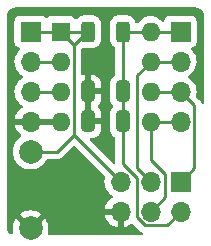
<source format=gbr>
%TF.GenerationSoftware,KiCad,Pcbnew,(6.0.7)*%
%TF.CreationDate,2023-04-14T11:36:13-05:00*%
%TF.ProjectId,ATtiny_PCB,41547469-6e79-45f5-9043-422e6b696361,rev?*%
%TF.SameCoordinates,Original*%
%TF.FileFunction,Copper,L2,Bot*%
%TF.FilePolarity,Positive*%
%FSLAX46Y46*%
G04 Gerber Fmt 4.6, Leading zero omitted, Abs format (unit mm)*
G04 Created by KiCad (PCBNEW (6.0.7)) date 2023-04-14 11:36:13*
%MOMM*%
%LPD*%
G01*
G04 APERTURE LIST*
G04 Aperture macros list*
%AMRoundRect*
0 Rectangle with rounded corners*
0 $1 Rounding radius*
0 $2 $3 $4 $5 $6 $7 $8 $9 X,Y pos of 4 corners*
0 Add a 4 corners polygon primitive as box body*
4,1,4,$2,$3,$4,$5,$6,$7,$8,$9,$2,$3,0*
0 Add four circle primitives for the rounded corners*
1,1,$1+$1,$2,$3*
1,1,$1+$1,$4,$5*
1,1,$1+$1,$6,$7*
1,1,$1+$1,$8,$9*
0 Add four rect primitives between the rounded corners*
20,1,$1+$1,$2,$3,$4,$5,0*
20,1,$1+$1,$4,$5,$6,$7,0*
20,1,$1+$1,$6,$7,$8,$9,0*
20,1,$1+$1,$8,$9,$2,$3,0*%
G04 Aperture macros list end*
%TA.AperFunction,ComponentPad*%
%ADD10C,2.000000*%
%TD*%
%TA.AperFunction,ComponentPad*%
%ADD11R,1.600000X1.600000*%
%TD*%
%TA.AperFunction,ComponentPad*%
%ADD12O,1.600000X1.600000*%
%TD*%
%TA.AperFunction,ComponentPad*%
%ADD13O,1.700000X1.700000*%
%TD*%
%TA.AperFunction,ComponentPad*%
%ADD14R,1.700000X1.700000*%
%TD*%
%TA.AperFunction,SMDPad,CuDef*%
%ADD15RoundRect,0.250000X-0.312500X-0.625000X0.312500X-0.625000X0.312500X0.625000X-0.312500X0.625000X0*%
%TD*%
%TA.AperFunction,SMDPad,CuDef*%
%ADD16RoundRect,0.250000X0.325000X0.650000X-0.325000X0.650000X-0.325000X-0.650000X0.325000X-0.650000X0*%
%TD*%
%TA.AperFunction,Conductor*%
%ADD17C,0.250000*%
%TD*%
G04 APERTURE END LIST*
D10*
%TO.P,SW1,2,2*%
%TO.N,Reset*%
X172720000Y-97800000D03*
%TO.P,SW1,1,1*%
%TO.N,GND*%
X172720000Y-104300000D03*
%TD*%
D11*
%TO.P,U1,1,~{RESET}/PB5*%
%TO.N,Reset*%
X175260000Y-87640000D03*
D12*
%TO.P,U1,2,PB3*%
%TO.N,ExtCLKI*%
X175260000Y-90180000D03*
%TO.P,U1,3,PB4*%
%TO.N,PB4*%
X175260000Y-92720000D03*
%TO.P,U1,4,GND*%
%TO.N,GND*%
X175260000Y-95260000D03*
%TO.P,U1,5,PB0*%
%TO.N,MOSI*%
X182880000Y-95260000D03*
%TO.P,U1,6,PB1*%
%TO.N,MISO*%
X182880000Y-92720000D03*
%TO.P,U1,7,PB2*%
%TO.N,SCK*%
X182880000Y-90180000D03*
%TO.P,U1,8,VCC*%
%TO.N,VCC*%
X182880000Y-87640000D03*
%TD*%
D13*
%TO.P,J3,6,Pin_6*%
%TO.N,GND*%
X180340000Y-102880000D03*
%TO.P,J3,5,Pin_5*%
%TO.N,Reset*%
X180340000Y-100340000D03*
%TO.P,J3,4,Pin_4*%
%TO.N,MOSI*%
X182880000Y-102880000D03*
%TO.P,J3,3,Pin_3*%
%TO.N,SCK*%
X182880000Y-100340000D03*
%TO.P,J3,2,Pin_2*%
%TO.N,VCC*%
X185420000Y-102880000D03*
D14*
%TO.P,J3,1,Pin_1*%
%TO.N,MISO*%
X185420000Y-100340000D03*
%TD*%
%TO.P,J1,1,Pin_1*%
%TO.N,Reset*%
X172720000Y-87640000D03*
D13*
%TO.P,J1,2,Pin_2*%
%TO.N,ExtCLKI*%
X172720000Y-90180000D03*
%TO.P,J1,3,Pin_3*%
%TO.N,PB4*%
X172720000Y-92720000D03*
%TO.P,J1,4,Pin_4*%
%TO.N,GND*%
X172720000Y-95260000D03*
%TD*%
D14*
%TO.P,J2,1,Pin_1*%
%TO.N,VCC*%
X185420000Y-87640000D03*
D13*
%TO.P,J2,2,Pin_2*%
%TO.N,SCK*%
X185420000Y-90180000D03*
%TO.P,J2,3,Pin_3*%
%TO.N,MISO*%
X185420000Y-92720000D03*
%TO.P,J2,4,Pin_4*%
%TO.N,MOSI*%
X185420000Y-95260000D03*
%TD*%
D15*
%TO.P,10K,1*%
%TO.N,Reset*%
X177607500Y-87640000D03*
%TO.P,10K,2*%
%TO.N,VCC*%
X180532500Y-87640000D03*
%TD*%
D16*
%TO.P,106,1*%
%TO.N,VCC*%
X180545000Y-95250000D03*
%TO.P,106,2*%
%TO.N,GND*%
X177595000Y-95250000D03*
%TD*%
%TO.P,104,1*%
%TO.N,VCC*%
X180545000Y-92710000D03*
%TO.P,104,2*%
%TO.N,GND*%
X177595000Y-92710000D03*
%TD*%
D17*
%TO.N,Reset*%
X177607500Y-87640000D02*
X177510000Y-87640000D01*
X177510000Y-87640000D02*
X176385000Y-88765000D01*
X175260000Y-87640000D02*
X177607500Y-87640000D01*
%TO.N,VCC*%
X180545000Y-98883299D02*
X181705000Y-100043299D01*
X182393299Y-104055000D02*
X184245000Y-104055000D01*
X184245000Y-104055000D02*
X185420000Y-102880000D01*
X180545000Y-93990000D02*
X180545000Y-98883299D01*
X181705000Y-100043299D02*
X181705000Y-103366701D01*
X181705000Y-103366701D02*
X182393299Y-104055000D01*
X180545000Y-91450000D02*
X180545000Y-93990000D01*
X180532500Y-87640000D02*
X180532500Y-91437500D01*
X180532500Y-91437500D02*
X180545000Y-91450000D01*
X182880000Y-87640000D02*
X180532500Y-87640000D01*
%TO.N,MISO*%
X186595000Y-99165000D02*
X185420000Y-100340000D01*
X186595000Y-93895000D02*
X186595000Y-99165000D01*
X185420000Y-92720000D02*
X186595000Y-93895000D01*
%TO.N,MOSI*%
X184099200Y-101660800D02*
X182880000Y-102880000D01*
X184099200Y-99695000D02*
X184099200Y-101660800D01*
X182880000Y-98475800D02*
X184099200Y-99695000D01*
X182880000Y-95260000D02*
X182880000Y-98475800D01*
%TO.N,SCK*%
X181755000Y-99215000D02*
X182880000Y-100340000D01*
X181755000Y-91305000D02*
X181755000Y-99215000D01*
X182880000Y-90180000D02*
X181755000Y-91305000D01*
%TO.N,Reset*%
X174970000Y-97800000D02*
X176385000Y-96385000D01*
X172720000Y-97800000D02*
X174970000Y-97800000D01*
X176385000Y-96385000D02*
X180340000Y-100340000D01*
X176385000Y-88765000D02*
X176385000Y-96385000D01*
X175260000Y-87640000D02*
X176385000Y-88765000D01*
%TO.N,ExtCLKI*%
X175260000Y-90180000D02*
X172720000Y-90180000D01*
%TO.N,PB4*%
X175260000Y-92720000D02*
X172720000Y-92720000D01*
%TO.N,GND*%
X175260000Y-95260000D02*
X172720000Y-95260000D01*
%TO.N,MOSI*%
X182880000Y-95260000D02*
X185420000Y-95260000D01*
%TO.N,MISO*%
X182880000Y-92720000D02*
X185420000Y-92720000D01*
%TO.N,SCK*%
X182880000Y-90180000D02*
X185420000Y-90180000D01*
%TO.N,VCC*%
X182880000Y-87640000D02*
X185420000Y-87640000D01*
%TO.N,Reset*%
X172720000Y-87640000D02*
X175260000Y-87640000D01*
%TD*%
%TA.AperFunction,Conductor*%
%TO.N,GND*%
G36*
X186660018Y-85600000D02*
G01*
X186674852Y-85602310D01*
X186674855Y-85602310D01*
X186683724Y-85603691D01*
X186693659Y-85602392D01*
X186694746Y-85602250D01*
X186723431Y-85601793D01*
X186796741Y-85609013D01*
X186826212Y-85611916D01*
X186850432Y-85616733D01*
X186969546Y-85652866D01*
X186992355Y-85662315D01*
X187102124Y-85720987D01*
X187122655Y-85734705D01*
X187218876Y-85813671D01*
X187236329Y-85831124D01*
X187315295Y-85927345D01*
X187329013Y-85947876D01*
X187387685Y-86057645D01*
X187397134Y-86080454D01*
X187433267Y-86199568D01*
X187438084Y-86223789D01*
X187447541Y-86319809D01*
X187447091Y-86335868D01*
X187447800Y-86335877D01*
X187447690Y-86344853D01*
X187446309Y-86353724D01*
X187447473Y-86362626D01*
X187447473Y-86362628D01*
X187450436Y-86385283D01*
X187451500Y-86401621D01*
X187451500Y-93676873D01*
X187431498Y-93744994D01*
X187377842Y-93791487D01*
X187307568Y-93801591D01*
X187242988Y-93772097D01*
X187208349Y-93723257D01*
X187197194Y-93695083D01*
X187193354Y-93683865D01*
X187183230Y-93649022D01*
X187181018Y-93641407D01*
X187170707Y-93623972D01*
X187162012Y-93606224D01*
X187154552Y-93587383D01*
X187137782Y-93564300D01*
X187128564Y-93551613D01*
X187122048Y-93541693D01*
X187103580Y-93510465D01*
X187103578Y-93510462D01*
X187099542Y-93503638D01*
X187085221Y-93489317D01*
X187072380Y-93474283D01*
X187065131Y-93464306D01*
X187060472Y-93457893D01*
X187054368Y-93452843D01*
X187054363Y-93452838D01*
X187026402Y-93429707D01*
X187017622Y-93421717D01*
X186771218Y-93175313D01*
X186737192Y-93113001D01*
X186739755Y-93049589D01*
X186750865Y-93013022D01*
X186752370Y-93008069D01*
X186781529Y-92786590D01*
X186783156Y-92720000D01*
X186764852Y-92497361D01*
X186710431Y-92280702D01*
X186621354Y-92075840D01*
X186510923Y-91905139D01*
X186502822Y-91892617D01*
X186502820Y-91892614D01*
X186500014Y-91888277D01*
X186349670Y-91723051D01*
X186345619Y-91719852D01*
X186345615Y-91719848D01*
X186178414Y-91587800D01*
X186178410Y-91587798D01*
X186174359Y-91584598D01*
X186133053Y-91561796D01*
X186083084Y-91511364D01*
X186068312Y-91441921D01*
X186093428Y-91375516D01*
X186120780Y-91348909D01*
X186169207Y-91314366D01*
X186299860Y-91221173D01*
X186331788Y-91189357D01*
X186454435Y-91067137D01*
X186458096Y-91063489D01*
X186489498Y-91019789D01*
X186585435Y-90886277D01*
X186588453Y-90882077D01*
X186592145Y-90874608D01*
X186685136Y-90686453D01*
X186685137Y-90686451D01*
X186687430Y-90681811D01*
X186752370Y-90468069D01*
X186781529Y-90246590D01*
X186783156Y-90180000D01*
X186764852Y-89957361D01*
X186710431Y-89740702D01*
X186621354Y-89535840D01*
X186500014Y-89348277D01*
X186485024Y-89331803D01*
X186352798Y-89186488D01*
X186321746Y-89122642D01*
X186330141Y-89052143D01*
X186375317Y-88997375D01*
X186401761Y-88983706D01*
X186508297Y-88943767D01*
X186516705Y-88940615D01*
X186633261Y-88853261D01*
X186720615Y-88736705D01*
X186771745Y-88600316D01*
X186778500Y-88538134D01*
X186778500Y-86741866D01*
X186771745Y-86679684D01*
X186720615Y-86543295D01*
X186633261Y-86426739D01*
X186516705Y-86339385D01*
X186380316Y-86288255D01*
X186318134Y-86281500D01*
X184521866Y-86281500D01*
X184459684Y-86288255D01*
X184323295Y-86339385D01*
X184206739Y-86426739D01*
X184119385Y-86543295D01*
X184068255Y-86679684D01*
X184067402Y-86687540D01*
X184065575Y-86695222D01*
X184064211Y-86694898D01*
X184040210Y-86752664D01*
X183981849Y-86793093D01*
X183910894Y-86795551D01*
X183853091Y-86762593D01*
X183724300Y-86633802D01*
X183719792Y-86630645D01*
X183719789Y-86630643D01*
X183607051Y-86551703D01*
X183536749Y-86502477D01*
X183531767Y-86500154D01*
X183531762Y-86500151D01*
X183334225Y-86408039D01*
X183334224Y-86408039D01*
X183329243Y-86405716D01*
X183323935Y-86404294D01*
X183323933Y-86404293D01*
X183113402Y-86347881D01*
X183113400Y-86347881D01*
X183108087Y-86346457D01*
X182880000Y-86326502D01*
X182651913Y-86346457D01*
X182646600Y-86347881D01*
X182646598Y-86347881D01*
X182436067Y-86404293D01*
X182436065Y-86404294D01*
X182430757Y-86405716D01*
X182425776Y-86408039D01*
X182425775Y-86408039D01*
X182228238Y-86500151D01*
X182228233Y-86500154D01*
X182223251Y-86502477D01*
X182152949Y-86551703D01*
X182040211Y-86630643D01*
X182040208Y-86630645D01*
X182035700Y-86633802D01*
X181873802Y-86795700D01*
X181870645Y-86800208D01*
X181870643Y-86800211D01*
X181812568Y-86883151D01*
X181757111Y-86927479D01*
X181686491Y-86934788D01*
X181623131Y-86902757D01*
X181589831Y-86850756D01*
X181538868Y-86698002D01*
X181536550Y-86691054D01*
X181443478Y-86540652D01*
X181318303Y-86415695D01*
X181282168Y-86393421D01*
X181173968Y-86326725D01*
X181173966Y-86326724D01*
X181167738Y-86322885D01*
X181063331Y-86288255D01*
X181006389Y-86269368D01*
X181006387Y-86269368D01*
X180999861Y-86267203D01*
X180993025Y-86266503D01*
X180993022Y-86266502D01*
X180949969Y-86262091D01*
X180895400Y-86256500D01*
X180169600Y-86256500D01*
X180166354Y-86256837D01*
X180166350Y-86256837D01*
X180070692Y-86266762D01*
X180070688Y-86266763D01*
X180063834Y-86267474D01*
X180057298Y-86269655D01*
X180057296Y-86269655D01*
X180001546Y-86288255D01*
X179896054Y-86323450D01*
X179745652Y-86416522D01*
X179740479Y-86421704D01*
X179690831Y-86471439D01*
X179620695Y-86541697D01*
X179616855Y-86547927D01*
X179616854Y-86547928D01*
X179565868Y-86630643D01*
X179527885Y-86692262D01*
X179472203Y-86860139D01*
X179461500Y-86964600D01*
X179461500Y-88315400D01*
X179461837Y-88318646D01*
X179461837Y-88318650D01*
X179467264Y-88370951D01*
X179472474Y-88421166D01*
X179474655Y-88427702D01*
X179474655Y-88427704D01*
X179493537Y-88484300D01*
X179528450Y-88588946D01*
X179621522Y-88739348D01*
X179746697Y-88864305D01*
X179752927Y-88868145D01*
X179752928Y-88868146D01*
X179839116Y-88921273D01*
X179886609Y-88974045D01*
X179899000Y-89028533D01*
X179899000Y-91296425D01*
X179878998Y-91364546D01*
X179839304Y-91403568D01*
X179745652Y-91461522D01*
X179620695Y-91586697D01*
X179527885Y-91737262D01*
X179472203Y-91905139D01*
X179461500Y-92009600D01*
X179461500Y-93410400D01*
X179461837Y-93413646D01*
X179461837Y-93413650D01*
X179471618Y-93507914D01*
X179472474Y-93516166D01*
X179474655Y-93522702D01*
X179474655Y-93522704D01*
X179508441Y-93623972D01*
X179528450Y-93683946D01*
X179621522Y-93834348D01*
X179626704Y-93839521D01*
X179678109Y-93890837D01*
X179712188Y-93953120D01*
X179707185Y-94023940D01*
X179678265Y-94069027D01*
X179620695Y-94126697D01*
X179616855Y-94132927D01*
X179616854Y-94132928D01*
X179534063Y-94267240D01*
X179527885Y-94277262D01*
X179525581Y-94284209D01*
X179484944Y-94406727D01*
X179472203Y-94445139D01*
X179461500Y-94549600D01*
X179461500Y-95950400D01*
X179461837Y-95953646D01*
X179461837Y-95953650D01*
X179471618Y-96047914D01*
X179472474Y-96056166D01*
X179474655Y-96062702D01*
X179474655Y-96062704D01*
X179500098Y-96138965D01*
X179528450Y-96223946D01*
X179621522Y-96374348D01*
X179746697Y-96499305D01*
X179820825Y-96544998D01*
X179851616Y-96563978D01*
X179899109Y-96616750D01*
X179911500Y-96671238D01*
X179911500Y-98711406D01*
X179891498Y-98779527D01*
X179837842Y-98826020D01*
X179767568Y-98836124D01*
X179702988Y-98806630D01*
X179696405Y-98800501D01*
X178690974Y-97795070D01*
X177768997Y-96873092D01*
X177734972Y-96810782D01*
X177740037Y-96739967D01*
X177782584Y-96683131D01*
X177849104Y-96658320D01*
X177858093Y-96657999D01*
X177967095Y-96657999D01*
X177973614Y-96657662D01*
X178069206Y-96647743D01*
X178082600Y-96644851D01*
X178236784Y-96593412D01*
X178249962Y-96587239D01*
X178387807Y-96501937D01*
X178399208Y-96492901D01*
X178513739Y-96378171D01*
X178522751Y-96366760D01*
X178607816Y-96228757D01*
X178613963Y-96215576D01*
X178665138Y-96061290D01*
X178668005Y-96047914D01*
X178677672Y-95953562D01*
X178678000Y-95947146D01*
X178678000Y-95522115D01*
X178673525Y-95506876D01*
X178672135Y-95505671D01*
X178664452Y-95504000D01*
X177144500Y-95504000D01*
X177076379Y-95483998D01*
X177029886Y-95430342D01*
X177018500Y-95378000D01*
X177018500Y-95122000D01*
X177038502Y-95053879D01*
X177092158Y-95007386D01*
X177144500Y-94996000D01*
X177322885Y-94996000D01*
X177338124Y-94991525D01*
X177339329Y-94990135D01*
X177341000Y-94982452D01*
X177341000Y-94977885D01*
X177849000Y-94977885D01*
X177853475Y-94993124D01*
X177854865Y-94994329D01*
X177862548Y-94996000D01*
X178659884Y-94996000D01*
X178675123Y-94991525D01*
X178676328Y-94990135D01*
X178677999Y-94982452D01*
X178677999Y-94552905D01*
X178677662Y-94546386D01*
X178667743Y-94450794D01*
X178664851Y-94437400D01*
X178613412Y-94283216D01*
X178607239Y-94270038D01*
X178521937Y-94132193D01*
X178512901Y-94120792D01*
X178461183Y-94069164D01*
X178427104Y-94006881D01*
X178432107Y-93936061D01*
X178461029Y-93890972D01*
X178513739Y-93838171D01*
X178522751Y-93826760D01*
X178607816Y-93688757D01*
X178613963Y-93675576D01*
X178665138Y-93521290D01*
X178668005Y-93507914D01*
X178677672Y-93413562D01*
X178678000Y-93407146D01*
X178678000Y-92982115D01*
X178673525Y-92966876D01*
X178672135Y-92965671D01*
X178664452Y-92964000D01*
X177867115Y-92964000D01*
X177851876Y-92968475D01*
X177850671Y-92969865D01*
X177849000Y-92977548D01*
X177849000Y-94977885D01*
X177341000Y-94977885D01*
X177341000Y-92437885D01*
X177849000Y-92437885D01*
X177853475Y-92453124D01*
X177854865Y-92454329D01*
X177862548Y-92456000D01*
X178659884Y-92456000D01*
X178675123Y-92451525D01*
X178676328Y-92450135D01*
X178677999Y-92442452D01*
X178677999Y-92012905D01*
X178677662Y-92006386D01*
X178667743Y-91910794D01*
X178664851Y-91897400D01*
X178613412Y-91743216D01*
X178607239Y-91730038D01*
X178521937Y-91592193D01*
X178512901Y-91580792D01*
X178398171Y-91466261D01*
X178386760Y-91457249D01*
X178248757Y-91372184D01*
X178235576Y-91366037D01*
X178081290Y-91314862D01*
X178067914Y-91311995D01*
X177973562Y-91302328D01*
X177967145Y-91302000D01*
X177867115Y-91302000D01*
X177851876Y-91306475D01*
X177850671Y-91307865D01*
X177849000Y-91315548D01*
X177849000Y-92437885D01*
X177341000Y-92437885D01*
X177341000Y-91320116D01*
X177336525Y-91304877D01*
X177335135Y-91303672D01*
X177327452Y-91302001D01*
X177222905Y-91302001D01*
X177216388Y-91302338D01*
X177157504Y-91308448D01*
X177087682Y-91295583D01*
X177035900Y-91247012D01*
X177018500Y-91183121D01*
X177018500Y-89139904D01*
X177038502Y-89071783D01*
X177092158Y-89025290D01*
X177157342Y-89014560D01*
X177235842Y-89022603D01*
X177244600Y-89023500D01*
X177970400Y-89023500D01*
X177973646Y-89023163D01*
X177973650Y-89023163D01*
X178069308Y-89013238D01*
X178069312Y-89013237D01*
X178076166Y-89012526D01*
X178082702Y-89010345D01*
X178082704Y-89010345D01*
X178236998Y-88958868D01*
X178243946Y-88956550D01*
X178394348Y-88863478D01*
X178519305Y-88738303D01*
X178534678Y-88713364D01*
X178608275Y-88593968D01*
X178608276Y-88593966D01*
X178612115Y-88587738D01*
X178638564Y-88507995D01*
X178665632Y-88426389D01*
X178665632Y-88426387D01*
X178667797Y-88419861D01*
X178678500Y-88315400D01*
X178678500Y-86964600D01*
X178675407Y-86934788D01*
X178668238Y-86865692D01*
X178668237Y-86865688D01*
X178667526Y-86858834D01*
X178611550Y-86691054D01*
X178518478Y-86540652D01*
X178393303Y-86415695D01*
X178357168Y-86393421D01*
X178248968Y-86326725D01*
X178248966Y-86326724D01*
X178242738Y-86322885D01*
X178138331Y-86288255D01*
X178081389Y-86269368D01*
X178081387Y-86269368D01*
X178074861Y-86267203D01*
X178068025Y-86266503D01*
X178068022Y-86266502D01*
X178024969Y-86262091D01*
X177970400Y-86256500D01*
X177244600Y-86256500D01*
X177241354Y-86256837D01*
X177241350Y-86256837D01*
X177145692Y-86266762D01*
X177145688Y-86266763D01*
X177138834Y-86267474D01*
X177132298Y-86269655D01*
X177132296Y-86269655D01*
X177076546Y-86288255D01*
X176971054Y-86323450D01*
X176820652Y-86416522D01*
X176815479Y-86421704D01*
X176765831Y-86471439D01*
X176695695Y-86541697D01*
X176691824Y-86547977D01*
X176691795Y-86548003D01*
X176687317Y-86553673D01*
X176686347Y-86552907D01*
X176639057Y-86595471D01*
X176568986Y-86606898D01*
X176503860Y-86578629D01*
X176483736Y-86557430D01*
X176428643Y-86483920D01*
X176428642Y-86483919D01*
X176423261Y-86476739D01*
X176306705Y-86389385D01*
X176170316Y-86338255D01*
X176108134Y-86331500D01*
X174411866Y-86331500D01*
X174349684Y-86338255D01*
X174213295Y-86389385D01*
X174171290Y-86420866D01*
X174116880Y-86461644D01*
X174050374Y-86486492D01*
X173980991Y-86471439D01*
X173940490Y-86436385D01*
X173938641Y-86433918D01*
X173933261Y-86426739D01*
X173816705Y-86339385D01*
X173680316Y-86288255D01*
X173618134Y-86281500D01*
X171821866Y-86281500D01*
X171759684Y-86288255D01*
X171623295Y-86339385D01*
X171506739Y-86426739D01*
X171419385Y-86543295D01*
X171368255Y-86679684D01*
X171361500Y-86741866D01*
X171361500Y-88538134D01*
X171368255Y-88600316D01*
X171419385Y-88736705D01*
X171506739Y-88853261D01*
X171623295Y-88940615D01*
X171631704Y-88943767D01*
X171631705Y-88943768D01*
X171740451Y-88984535D01*
X171797216Y-89027176D01*
X171821916Y-89093738D01*
X171806709Y-89163087D01*
X171787316Y-89189568D01*
X171660629Y-89322138D01*
X171657715Y-89326410D01*
X171657714Y-89326411D01*
X171648300Y-89340211D01*
X171534743Y-89506680D01*
X171440688Y-89709305D01*
X171380989Y-89924570D01*
X171357251Y-90146695D01*
X171357548Y-90151848D01*
X171357548Y-90151851D01*
X171363011Y-90246590D01*
X171370110Y-90369715D01*
X171371247Y-90374761D01*
X171371248Y-90374767D01*
X171391119Y-90462939D01*
X171419222Y-90587639D01*
X171457461Y-90681811D01*
X171493033Y-90769414D01*
X171503266Y-90794616D01*
X171505965Y-90799020D01*
X171617291Y-90980688D01*
X171619987Y-90985088D01*
X171766250Y-91153938D01*
X171938126Y-91296632D01*
X171978314Y-91320116D01*
X172011445Y-91339476D01*
X172060169Y-91391114D01*
X172073240Y-91460897D01*
X172046509Y-91526669D01*
X172006055Y-91560027D01*
X171993607Y-91566507D01*
X171989474Y-91569610D01*
X171989471Y-91569612D01*
X171968132Y-91585634D01*
X171814965Y-91700635D01*
X171660629Y-91862138D01*
X171657715Y-91866410D01*
X171657714Y-91866411D01*
X171648300Y-91880211D01*
X171534743Y-92046680D01*
X171440688Y-92249305D01*
X171380989Y-92464570D01*
X171357251Y-92686695D01*
X171357548Y-92691848D01*
X171357548Y-92691851D01*
X171363011Y-92786590D01*
X171370110Y-92909715D01*
X171371247Y-92914761D01*
X171371248Y-92914767D01*
X171385397Y-92977548D01*
X171419222Y-93127639D01*
X171503266Y-93334616D01*
X171505965Y-93339020D01*
X171617291Y-93520688D01*
X171619987Y-93525088D01*
X171766250Y-93693938D01*
X171938126Y-93836632D01*
X172005163Y-93875805D01*
X172011955Y-93879774D01*
X172060679Y-93931412D01*
X172073750Y-94001195D01*
X172047019Y-94066967D01*
X172006562Y-94100327D01*
X171998457Y-94104546D01*
X171989738Y-94110036D01*
X171819433Y-94237905D01*
X171811726Y-94244748D01*
X171664590Y-94398717D01*
X171658104Y-94406727D01*
X171538098Y-94582649D01*
X171533000Y-94591623D01*
X171443338Y-94784783D01*
X171439775Y-94794470D01*
X171384389Y-94994183D01*
X171385912Y-95002607D01*
X171398292Y-95006000D01*
X175625500Y-95006000D01*
X175693621Y-95026002D01*
X175740114Y-95079658D01*
X175751500Y-95132000D01*
X175751500Y-95388000D01*
X175731498Y-95456121D01*
X175677842Y-95502614D01*
X175625500Y-95514000D01*
X171403225Y-95514000D01*
X171389694Y-95517973D01*
X171388257Y-95527966D01*
X171418565Y-95662446D01*
X171421645Y-95672275D01*
X171501770Y-95869603D01*
X171506413Y-95878794D01*
X171617694Y-96060388D01*
X171623777Y-96068699D01*
X171763213Y-96229667D01*
X171770580Y-96236882D01*
X171895535Y-96340622D01*
X171935170Y-96399525D01*
X171936668Y-96470505D01*
X171899553Y-96531028D01*
X171880886Y-96544998D01*
X171834802Y-96573239D01*
X171830584Y-96575824D01*
X171650031Y-96730031D01*
X171495824Y-96910584D01*
X171493245Y-96914792D01*
X171493241Y-96914798D01*
X171375867Y-97106335D01*
X171371760Y-97113037D01*
X171369867Y-97117607D01*
X171369865Y-97117611D01*
X171282789Y-97327833D01*
X171280895Y-97332406D01*
X171225465Y-97563289D01*
X171206835Y-97800000D01*
X171225465Y-98036711D01*
X171280895Y-98267594D01*
X171282788Y-98272165D01*
X171282789Y-98272167D01*
X171354807Y-98446034D01*
X171371760Y-98486963D01*
X171374346Y-98491183D01*
X171493241Y-98685202D01*
X171493245Y-98685208D01*
X171495824Y-98689416D01*
X171650031Y-98869969D01*
X171830584Y-99024176D01*
X171834792Y-99026755D01*
X171834798Y-99026759D01*
X172011635Y-99135125D01*
X172033037Y-99148240D01*
X172037607Y-99150133D01*
X172037611Y-99150135D01*
X172193868Y-99214858D01*
X172252406Y-99239105D01*
X172332609Y-99258360D01*
X172478476Y-99293380D01*
X172478482Y-99293381D01*
X172483289Y-99294535D01*
X172720000Y-99313165D01*
X172956711Y-99294535D01*
X172961518Y-99293381D01*
X172961524Y-99293380D01*
X173107391Y-99258360D01*
X173187594Y-99239105D01*
X173246132Y-99214858D01*
X173402389Y-99150135D01*
X173402393Y-99150133D01*
X173406963Y-99148240D01*
X173428365Y-99135125D01*
X173605202Y-99026759D01*
X173605208Y-99026755D01*
X173609416Y-99024176D01*
X173789969Y-98869969D01*
X173944176Y-98689416D01*
X173946755Y-98685208D01*
X173946759Y-98685202D01*
X174064133Y-98493665D01*
X174116781Y-98446034D01*
X174171566Y-98433500D01*
X174891233Y-98433500D01*
X174902416Y-98434027D01*
X174909909Y-98435702D01*
X174917835Y-98435453D01*
X174917836Y-98435453D01*
X174977986Y-98433562D01*
X174981945Y-98433500D01*
X175009856Y-98433500D01*
X175013791Y-98433003D01*
X175013856Y-98432995D01*
X175025693Y-98432062D01*
X175057951Y-98431048D01*
X175061970Y-98430922D01*
X175069889Y-98430673D01*
X175089343Y-98425021D01*
X175108700Y-98421013D01*
X175120930Y-98419468D01*
X175120931Y-98419468D01*
X175128797Y-98418474D01*
X175136168Y-98415555D01*
X175136170Y-98415555D01*
X175169912Y-98402196D01*
X175181142Y-98398351D01*
X175215983Y-98388229D01*
X175215984Y-98388229D01*
X175223593Y-98386018D01*
X175230412Y-98381985D01*
X175230417Y-98381983D01*
X175241028Y-98375707D01*
X175258776Y-98367012D01*
X175277617Y-98359552D01*
X175313387Y-98333564D01*
X175323307Y-98327048D01*
X175354535Y-98308580D01*
X175354538Y-98308578D01*
X175361362Y-98304542D01*
X175375683Y-98290221D01*
X175390717Y-98277380D01*
X175400694Y-98270131D01*
X175407107Y-98265472D01*
X175435298Y-98231395D01*
X175443288Y-98222616D01*
X176295905Y-97369999D01*
X176358217Y-97335973D01*
X176429032Y-97341038D01*
X176474095Y-97369999D01*
X178989778Y-99885682D01*
X179023804Y-99947994D01*
X179022100Y-100008448D01*
X179000989Y-100084570D01*
X178977251Y-100306695D01*
X178990110Y-100529715D01*
X178991247Y-100534761D01*
X178991248Y-100534767D01*
X179015304Y-100641508D01*
X179039222Y-100747639D01*
X179123266Y-100954616D01*
X179239987Y-101145088D01*
X179386250Y-101313938D01*
X179558126Y-101456632D01*
X179610090Y-101486997D01*
X179631955Y-101499774D01*
X179680679Y-101551412D01*
X179693750Y-101621195D01*
X179667019Y-101686967D01*
X179626562Y-101720327D01*
X179618457Y-101724546D01*
X179609738Y-101730036D01*
X179439433Y-101857905D01*
X179431726Y-101864748D01*
X179284590Y-102018717D01*
X179278104Y-102026727D01*
X179158098Y-102202649D01*
X179153000Y-102211623D01*
X179063338Y-102404783D01*
X179059775Y-102414470D01*
X179004389Y-102614183D01*
X179005912Y-102622607D01*
X179018292Y-102626000D01*
X180468000Y-102626000D01*
X180536121Y-102646002D01*
X180582614Y-102699658D01*
X180594000Y-102752000D01*
X180594000Y-104198517D01*
X180598064Y-104212359D01*
X180611478Y-104214393D01*
X180618184Y-104213534D01*
X180628262Y-104211392D01*
X180832255Y-104150191D01*
X180841842Y-104146433D01*
X181033095Y-104052739D01*
X181041945Y-104047464D01*
X181216541Y-103922926D01*
X181283614Y-103899652D01*
X181352623Y-103916336D01*
X181378804Y-103936409D01*
X181639373Y-104196979D01*
X181889652Y-104447258D01*
X181897186Y-104455537D01*
X181901299Y-104462018D01*
X181922394Y-104481827D01*
X181950950Y-104508643D01*
X181953792Y-104511398D01*
X181973529Y-104531135D01*
X181976726Y-104533615D01*
X181985746Y-104541318D01*
X182017978Y-104571586D01*
X182024924Y-104575405D01*
X182024927Y-104575407D01*
X182035733Y-104581348D01*
X182052252Y-104592199D01*
X182068258Y-104604614D01*
X182075527Y-104607759D01*
X182075531Y-104607762D01*
X182108836Y-104622174D01*
X182119486Y-104627391D01*
X182158239Y-104648695D01*
X182176794Y-104653459D01*
X182237800Y-104689774D01*
X182269488Y-104753306D01*
X182261797Y-104823885D01*
X182217170Y-104879102D01*
X182145458Y-104901500D01*
X174286273Y-104901500D01*
X174218152Y-104881498D01*
X174171659Y-104827842D01*
X174161555Y-104757568D01*
X174163754Y-104746085D01*
X174212885Y-104541443D01*
X174214428Y-104531699D01*
X174232275Y-104304930D01*
X174232275Y-104295070D01*
X174214428Y-104068301D01*
X174212885Y-104058554D01*
X174159783Y-103837373D01*
X174156734Y-103827988D01*
X174069687Y-103617837D01*
X174065205Y-103609042D01*
X173962568Y-103441555D01*
X173952110Y-103432093D01*
X173943334Y-103435876D01*
X172809095Y-104570115D01*
X172746783Y-104604141D01*
X172675968Y-104599076D01*
X172630905Y-104570115D01*
X171499710Y-103438920D01*
X171487330Y-103432160D01*
X171479680Y-103437887D01*
X171374795Y-103609042D01*
X171370313Y-103617837D01*
X171283266Y-103827988D01*
X171280217Y-103837373D01*
X171227115Y-104058554D01*
X171225572Y-104068301D01*
X171207725Y-104295070D01*
X171207725Y-104304930D01*
X171225572Y-104531699D01*
X171227117Y-104541455D01*
X171254918Y-104657252D01*
X171251372Y-104728160D01*
X171210053Y-104785894D01*
X171144079Y-104812125D01*
X171073006Y-104797790D01*
X171050749Y-104785894D01*
X171037874Y-104779012D01*
X171017345Y-104765295D01*
X170921124Y-104686329D01*
X170903671Y-104668876D01*
X170824705Y-104572655D01*
X170810987Y-104552124D01*
X170752315Y-104442355D01*
X170742866Y-104419546D01*
X170706733Y-104300432D01*
X170701916Y-104276212D01*
X170692711Y-104182755D01*
X170692607Y-104159151D01*
X170692768Y-104157354D01*
X170693576Y-104152552D01*
X170693729Y-104140000D01*
X170689773Y-104112376D01*
X170688500Y-104094514D01*
X170688500Y-103067890D01*
X171852093Y-103067890D01*
X171855876Y-103076666D01*
X172707188Y-103927978D01*
X172721132Y-103935592D01*
X172722965Y-103935461D01*
X172729580Y-103931210D01*
X173512824Y-103147966D01*
X179008257Y-103147966D01*
X179038565Y-103282446D01*
X179041645Y-103292275D01*
X179121770Y-103489603D01*
X179126413Y-103498794D01*
X179237694Y-103680388D01*
X179243777Y-103688699D01*
X179383213Y-103849667D01*
X179390580Y-103856883D01*
X179554434Y-103992916D01*
X179562881Y-103998831D01*
X179746756Y-104106279D01*
X179756042Y-104110729D01*
X179955001Y-104186703D01*
X179964899Y-104189579D01*
X180068250Y-104210606D01*
X180082299Y-104209410D01*
X180086000Y-104199065D01*
X180086000Y-103152115D01*
X180081525Y-103136876D01*
X180080135Y-103135671D01*
X180072452Y-103134000D01*
X179023225Y-103134000D01*
X179009694Y-103137973D01*
X179008257Y-103147966D01*
X173512824Y-103147966D01*
X173581080Y-103079710D01*
X173587840Y-103067330D01*
X173582113Y-103059680D01*
X173410958Y-102954795D01*
X173402163Y-102950313D01*
X173192012Y-102863266D01*
X173182627Y-102860217D01*
X172961446Y-102807115D01*
X172951699Y-102805572D01*
X172724930Y-102787725D01*
X172715070Y-102787725D01*
X172488301Y-102805572D01*
X172478554Y-102807115D01*
X172257373Y-102860217D01*
X172247988Y-102863266D01*
X172037837Y-102950313D01*
X172029042Y-102954795D01*
X171861555Y-103057432D01*
X171852093Y-103067890D01*
X170688500Y-103067890D01*
X170688500Y-86413250D01*
X170690246Y-86392345D01*
X170692770Y-86377344D01*
X170692770Y-86377341D01*
X170693576Y-86372552D01*
X170693729Y-86360000D01*
X170692788Y-86353429D01*
X170692123Y-86323218D01*
X170701916Y-86223789D01*
X170706733Y-86199568D01*
X170742866Y-86080454D01*
X170752315Y-86057645D01*
X170810987Y-85947876D01*
X170824705Y-85927345D01*
X170903671Y-85831124D01*
X170921124Y-85813671D01*
X171017345Y-85734705D01*
X171037876Y-85720987D01*
X171147645Y-85662315D01*
X171170454Y-85652866D01*
X171289568Y-85616733D01*
X171313789Y-85611916D01*
X171409809Y-85602459D01*
X171425868Y-85602909D01*
X171425877Y-85602200D01*
X171434853Y-85602310D01*
X171443724Y-85603691D01*
X171452626Y-85602527D01*
X171452628Y-85602527D01*
X171469059Y-85600378D01*
X171475286Y-85599564D01*
X171491621Y-85598500D01*
X186640633Y-85598500D01*
X186660018Y-85600000D01*
G37*
%TD.AperFunction*%
%TD*%
M02*

</source>
